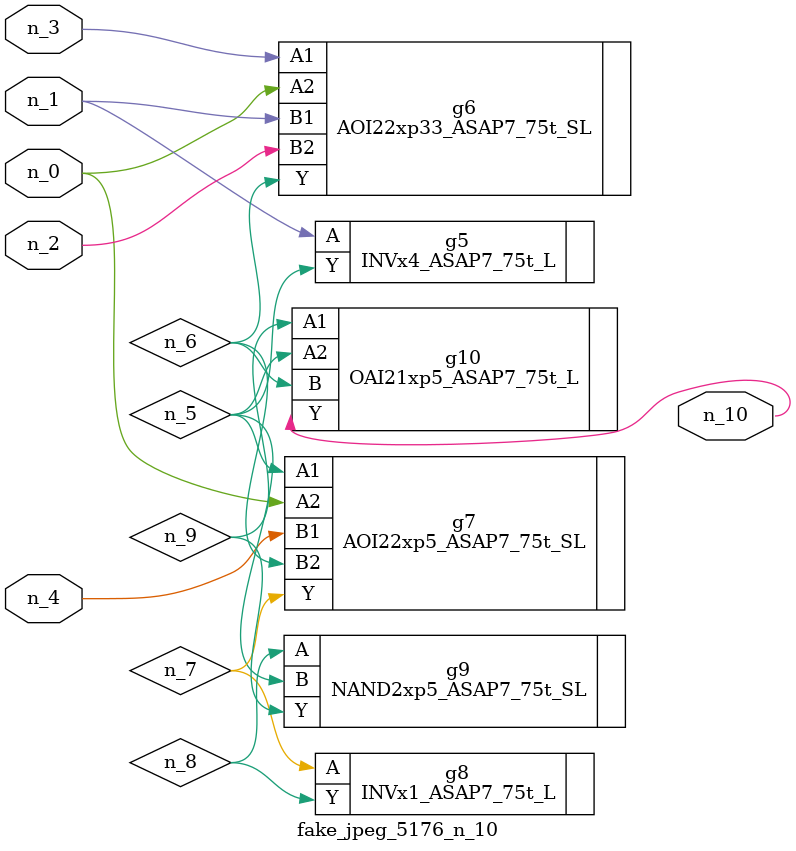
<source format=v>
module fake_jpeg_5176_n_10 (n_3, n_2, n_1, n_0, n_4, n_10);

input n_3;
input n_2;
input n_1;
input n_0;
input n_4;

output n_10;

wire n_8;
wire n_9;
wire n_6;
wire n_5;
wire n_7;

INVx4_ASAP7_75t_L g5 ( 
.A(n_1),
.Y(n_5)
);

AOI22xp33_ASAP7_75t_SL g6 ( 
.A1(n_3),
.A2(n_0),
.B1(n_1),
.B2(n_2),
.Y(n_6)
);

AOI22xp5_ASAP7_75t_SL g7 ( 
.A1(n_5),
.A2(n_0),
.B1(n_4),
.B2(n_6),
.Y(n_7)
);

INVx1_ASAP7_75t_L g8 ( 
.A(n_7),
.Y(n_8)
);

NAND2xp5_ASAP7_75t_SL g9 ( 
.A(n_8),
.B(n_5),
.Y(n_9)
);

OAI21xp5_ASAP7_75t_L g10 ( 
.A1(n_9),
.A2(n_5),
.B(n_6),
.Y(n_10)
);


endmodule
</source>
